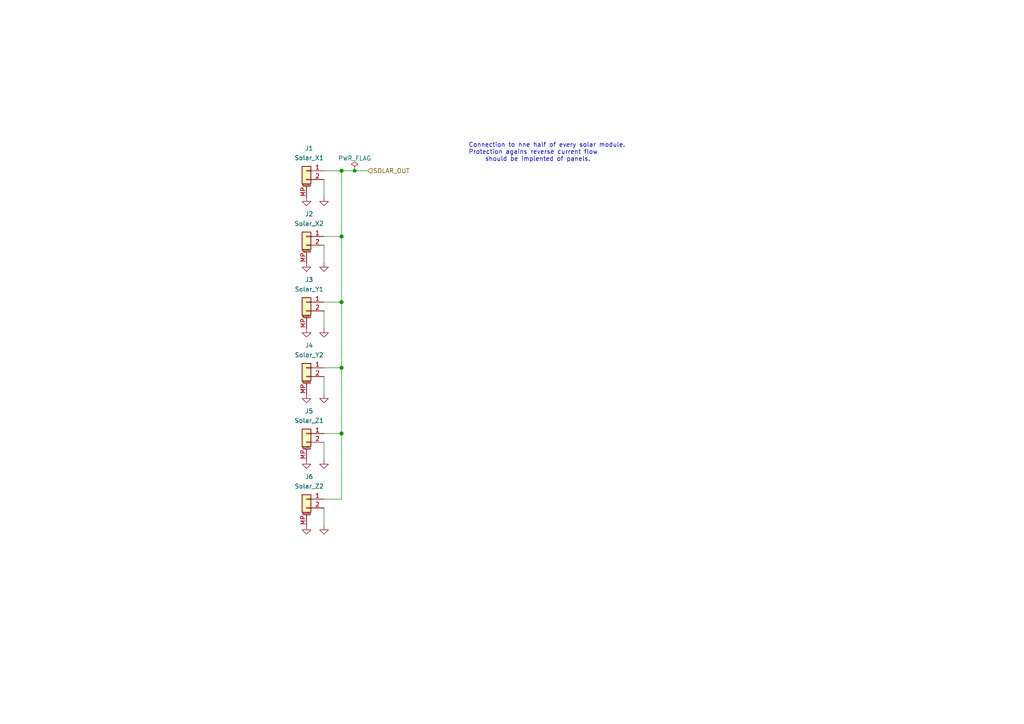
<source format=kicad_sch>
(kicad_sch (version 20210621) (generator eeschema)
  (paper "A4")
  (title_block (title "BUTCube - EPS") (date "2021-06-01") (rev "v1.0") (company "VUT - FIT(STRaDe) & FME(IAE & IPE)") (comment 1 "Author: Petr Malaník"))
  (lib_symbols
    (symbol "Connector_Generic_MountingPin:Conn_01x02_MountingPin" (pin_names (offset 1.016) hide)
      (property "Reference" "J" (at 0 2.54 0))
      (property "Value" "Conn_01x02_MountingPin" (at 1.27 -5.08 0))
      (symbol "Conn_01x02_MountingPin_1_1"
        (text "Mounting" (at 0 -4.191 0) (effects (font (size 0.381 0.381))))
        (rectangle (start -1.27 -2.413) (end 0 -2.667) (stroke (width 0.1524)))
        (rectangle (start -1.27 0.127) (end 0 -0.127) (stroke (width 0.1524)))
        (rectangle (start -1.27 1.27) (end 1.27 -3.81) (stroke (width 0.254)) (fill (type background)))
        (polyline (pts (xy -1.016 -4.572) (xy 1.016 -4.572)) (stroke (width 0.1524)))
        (pin passive line (at -5.08 0 0) (length 3.81) (name "Pin_1") (number "1"))
        (pin passive line (at -5.08 -2.54 0) (length 3.81) (name "Pin_2") (number "2"))
        (pin passive line (at 0 -7.62 90) (length 3.048) (name "MountPin") (number "MP"))
      )
    )
    (symbol "power:GND" (power) (pin_names (offset 0))
      (property "Value" "GND" (at 0 -3.81 0))
      (symbol "GND_0_1"
        (polyline (pts (xy 0 0) (xy 0 -1.27) (xy 1.27 -1.27) (xy 0 -2.54) (xy -1.27 -1.27) (xy 0 -1.27)))
      )
      (symbol "GND_1_1"
        (pin power_in line (at 0 0 270) (length 0) hide (name "GND") (number "1"))
      )
    )
    (symbol "power:PWR_FLAG" (power) (pin_numbers hide) (pin_names (offset 0) hide)
      (property "Value" "PWR_FLAG" (at 0 3.81 0))
      (symbol "PWR_FLAG_0_0"
        (pin power_out line (at 0 0 90) (length 0) (name "pwr") (number "1"))
      )
      (symbol "PWR_FLAG_0_1"
        (polyline (pts (xy 0 0) (xy 0 1.27) (xy -1.016 1.905) (xy 0 2.54) (xy 1.016 1.905) (xy 0 1.27)))
      )
    )
  )
  (junction (at 99.06 49.53) (diameter 1.016))
  (junction (at 99.06 68.58) (diameter 1.016))
  (junction (at 99.06 87.63) (diameter 1.016))
  (junction (at 99.06 106.68) (diameter 1.016))
  (junction (at 99.06 125.73) (diameter 1.016))
  (junction (at 102.87 49.53) (diameter 0.9144))
  (wire (pts (xy 93.98 49.53) (xy 99.06 49.53)))
  (wire (pts (xy 93.98 52.07) (xy 93.98 57.15)))
  (wire (pts (xy 93.98 68.58) (xy 99.06 68.58)))
  (wire (pts (xy 93.98 71.12) (xy 93.98 76.2)))
  (wire (pts (xy 93.98 87.63) (xy 99.06 87.63)))
  (wire (pts (xy 93.98 90.17) (xy 93.98 95.25)))
  (wire (pts (xy 93.98 106.68) (xy 99.06 106.68)))
  (wire (pts (xy 93.98 109.22) (xy 93.98 114.3)))
  (wire (pts (xy 93.98 125.73) (xy 99.06 125.73)))
  (wire (pts (xy 93.98 128.27) (xy 93.98 133.35)))
  (wire (pts (xy 93.98 147.32) (xy 93.98 152.4)))
  (wire (pts (xy 99.06 49.53) (xy 99.06 68.58)))
  (wire (pts (xy 99.06 49.53) (xy 102.87 49.53)))
  (wire (pts (xy 99.06 68.58) (xy 99.06 87.63)))
  (wire (pts (xy 99.06 87.63) (xy 99.06 106.68)))
  (wire (pts (xy 99.06 106.68) (xy 99.06 125.73)))
  (wire (pts (xy 99.06 125.73) (xy 99.06 144.78)))
  (wire (pts (xy 99.06 144.78) (xy 93.98 144.78)))
  (wire (pts (xy 102.87 49.53) (xy 106.68 49.53)))
  (text "Connection to nne half of every solar module.\nProtection agains reverse current flow\n	should be implented of panels." (at 135.89 46.99 0) (effects (font (size 1.27 1.27)) (justify left bottom)))
  (hierarchical_label "SOLAR_OUT" (shape input) (at 106.68 49.53 0))
  (symbol (lib_id "power:PWR_FLAG") (at 102.87 49.53 0)
    (property "Reference" "#FLG01" (effects hide))
    (property "Value" "PWR_FLAG" (at 102.87 45.9254 0))
  )
  (symbol (lib_id "power:GND") (at 88.9 57.15 0)
    (property "Reference" "#PWR05" (effects hide))
    (property "Value" "GND" (effects hide))
  )
  (symbol (lib_id "power:GND") (at 88.9 76.2 0)
    (property "Reference" "#PWR06" (effects hide))
    (property "Value" "GND" (effects hide))
  )
  (symbol (lib_id "power:GND") (at 88.9 95.25 0)
    (property "Reference" "#PWR07" (effects hide))
    (property "Value" "GND" (effects hide))
  )
  (symbol (lib_id "power:GND") (at 88.9 114.3 0)
    (property "Reference" "#PWR08" (effects hide))
    (property "Value" "GND" (effects hide))
  )
  (symbol (lib_id "power:GND") (at 88.9 133.35 0)
    (property "Reference" "#PWR09" (effects hide))
    (property "Value" "GND" (effects hide))
  )
  (symbol (lib_id "power:GND") (at 88.9 152.4 0)
    (property "Reference" "#PWR010" (effects hide))
    (property "Value" "GND" (effects hide))
  )
  (symbol (lib_id "power:GND") (at 93.98 57.15 0)
    (property "Reference" "#PWR011" (effects hide))
    (property "Value" "GND" (effects hide))
  )
  (symbol (lib_id "power:GND") (at 93.98 76.2 0)
    (property "Reference" "#PWR012" (effects hide))
    (property "Value" "GND" (effects hide))
  )
  (symbol (lib_id "power:GND") (at 93.98 95.25 0)
    (property "Reference" "#PWR013" (effects hide))
    (property "Value" "GND" (effects hide))
  )
  (symbol (lib_id "power:GND") (at 93.98 114.3 0)
    (property "Reference" "#PWR014" (effects hide))
    (property "Value" "GND" (effects hide))
  )
  (symbol (lib_id "power:GND") (at 93.98 133.35 0)
    (property "Reference" "#PWR015" (effects hide))
    (property "Value" "GND" (effects hide))
  )
  (symbol (lib_id "power:GND") (at 93.98 152.4 0)
    (property "Reference" "#PWR016" (effects hide))
    (property "Value" "GND" (effects hide))
  )
  (symbol (lib_id "Connector_Generic_MountingPin:Conn_01x02_MountingPin") (at 88.9 49.53 0) (mirror y)
    (property "Reference" "J1" (at 89.662 43.0234 0))
    (property "Value" "Solar_X1" (at 89.662 45.7985 0))
    (property "Footprint" "TCY_connectors:Amphenol_10114830-11102LF_1x02_P1.25mm_Horizontal" (effects hide))
  )
  (symbol (lib_id "Connector_Generic_MountingPin:Conn_01x02_MountingPin") (at 88.9 68.58 0) (mirror y)
    (property "Reference" "J2" (at 89.662 62.0734 0))
    (property "Value" "Solar_X2" (at 89.662 64.8485 0))
    (property "Footprint" "TCY_connectors:Amphenol_10114830-11102LF_1x02_P1.25mm_Horizontal" (effects hide))
  )
  (symbol (lib_id "Connector_Generic_MountingPin:Conn_01x02_MountingPin") (at 88.9 87.63 0) (mirror y)
    (property "Reference" "J3" (at 89.662 81.1234 0))
    (property "Value" "Solar_Y1" (at 89.662 83.8985 0))
    (property "Footprint" "TCY_connectors:Amphenol_10114830-11102LF_1x02_P1.25mm_Horizontal" (effects hide))
  )
  (symbol (lib_id "Connector_Generic_MountingPin:Conn_01x02_MountingPin") (at 88.9 106.68 0) (mirror y)
    (property "Reference" "J4" (at 89.662 100.1734 0))
    (property "Value" "Solar_Y2" (at 89.662 102.9485 0))
    (property "Footprint" "TCY_connectors:Amphenol_10114830-11102LF_1x02_P1.25mm_Horizontal" (effects hide))
  )
  (symbol (lib_id "Connector_Generic_MountingPin:Conn_01x02_MountingPin") (at 88.9 125.73 0) (mirror y)
    (property "Reference" "J5" (at 89.662 119.2234 0))
    (property "Value" "Solar_Z1" (at 89.662 121.9985 0))
    (property "Footprint" "TCY_connectors:Amphenol_10114830-11102LF_1x02_P1.25mm_Horizontal" (effects hide))
  )
  (symbol (lib_id "Connector_Generic_MountingPin:Conn_01x02_MountingPin") (at 88.9 144.78 0) (mirror y)
    (property "Reference" "J6" (at 89.662 138.2734 0))
    (property "Value" "Solar_Z2" (at 89.662 141.0485 0))
    (property "Footprint" "TCY_connectors:Amphenol_10114830-11102LF_1x02_P1.25mm_Horizontal" (effects hide))
  )
)
</source>
